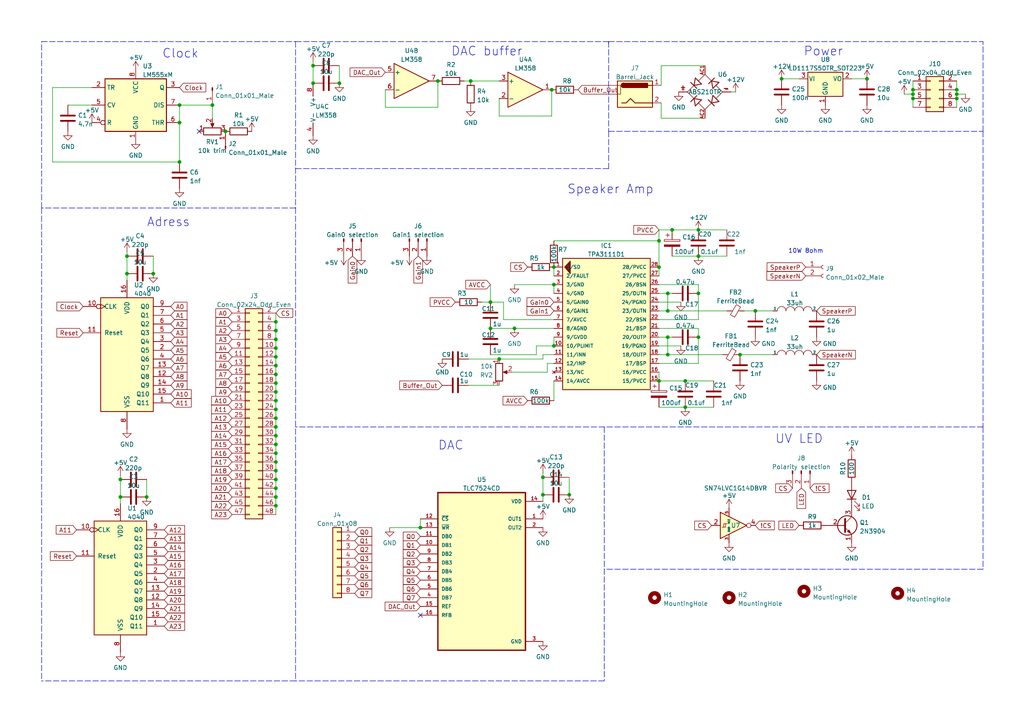
<source format=kicad_sch>
(kicad_sch (version 20211123) (generator eeschema)
  (paper "A4")
  (junction (at 214.63 102.87))
  (junction (at 80.01 131.445))
  (junction (at 191.135 77.47))
  (junction (at 90.805 24.13))
  (junction (at 80.01 121.285))
  (junction (at 80.01 113.665))
  (junction (at 144.78 104.14))
  (junction (at 80.01 144.145))
  (junction (at 136.525 23.495))
  (junction (at 157.48 143.51))
  (junction (at 80.01 128.905))
  (junction (at 80.01 139.065))
  (junction (at 193.675 102.87))
  (junction (at 65.405 38.1))
  (junction (at 226.695 22.86))
  (junction (at 80.01 106.045))
  (junction (at 80.01 100.965))
  (junction (at 198.755 118.11))
  (junction (at 80.01 116.205))
  (junction (at 157.48 138.43))
  (junction (at 80.01 93.345))
  (junction (at 34.925 139.065))
  (junction (at 160.655 82.55))
  (junction (at 80.01 108.585))
  (junction (at 264.795 28.575))
  (junction (at 98.425 24.13))
  (junction (at 264.795 27.305))
  (junction (at 52.07 35.56))
  (junction (at 80.01 98.425))
  (junction (at 42.545 144.145))
  (junction (at 36.83 74.295))
  (junction (at 193.675 90.17))
  (junction (at 142.24 87.63))
  (junction (at 80.01 111.125))
  (junction (at 264.795 26.035))
  (junction (at 61.595 30.48))
  (junction (at 165.1 143.51))
  (junction (at 90.805 19.05))
  (junction (at 191.135 110.49))
  (junction (at 277.495 26.035))
  (junction (at 80.01 141.605))
  (junction (at 251.46 22.86))
  (junction (at 202.565 97.79))
  (junction (at 202.565 66.675))
  (junction (at 44.45 79.375))
  (junction (at 219.075 90.17))
  (junction (at 191.135 69.85))
  (junction (at 127 23.495))
  (junction (at 121.92 153.035))
  (junction (at 36.83 79.375))
  (junction (at 160.655 100.33))
  (junction (at 149.225 95.25))
  (junction (at 277.495 28.575))
  (junction (at 52.07 30.48))
  (junction (at 198.755 110.49))
  (junction (at 80.01 126.365))
  (junction (at 80.01 146.685))
  (junction (at 160.655 77.47))
  (junction (at 193.675 85.09))
  (junction (at 193.675 97.79))
  (junction (at 202.565 85.09))
  (junction (at 80.01 136.525))
  (junction (at 80.01 133.985))
  (junction (at 80.01 103.505))
  (junction (at 34.925 144.145))
  (junction (at 194.945 66.675))
  (junction (at 202.565 74.295))
  (junction (at 80.01 123.825))
  (junction (at 80.01 118.745))
  (junction (at 160.02 26.035))
  (junction (at 80.01 95.885))
  (junction (at 142.24 95.25))
  (junction (at 277.495 27.305))
  (junction (at 52.07 46.99))
  (no_connect (at 121.92 178.435))
  (no_connect (at 57.785 38.1))
  (wire (pts (xy 42.545 139.065) (xy 42.545 144.145)))
  (wire (pts (xy 146.05 87.63) (xy 142.24 87.63)))
  (wire (pts (xy 90.805 19.05) (xy 90.805 24.13)))
  (wire (pts (xy 191.135 87.63) (xy 197.485 87.63)))
  (polyline (pts (xy 176.53 12.065) (xy 176.53 38.1)))
  (wire (pts (xy 191.135 110.49) (xy 198.755 110.49)))
  (wire (pts (xy 36.83 73.025) (xy 36.83 74.295)))
  (wire (pts (xy 80.01 128.905) (xy 80.01 131.445)))
  (wire (pts (xy 44.45 74.295) (xy 44.45 79.375)))
  (wire (pts (xy 157.48 102.87) (xy 160.655 102.87)))
  (wire (pts (xy 194.945 66.675) (xy 202.565 66.675)))
  (wire (pts (xy 36.83 79.375) (xy 36.83 81.28)))
  (wire (pts (xy 160.655 105.41) (xy 158.75 105.41)))
  (wire (pts (xy 264.795 23.495) (xy 264.795 26.035)))
  (polyline (pts (xy 176.53 38.1) (xy 176.53 48.895)))
  (polyline (pts (xy 12.065 60.325) (xy 12.065 197.485)))
  (wire (pts (xy 19.685 30.48) (xy 26.67 30.48)))
  (wire (pts (xy 264.795 28.575) (xy 264.795 31.115)))
  (polyline (pts (xy 176.53 12.065) (xy 285.115 12.065)))
  (wire (pts (xy 111.76 31.115) (xy 127 31.115)))
  (wire (pts (xy 155.575 102.87) (xy 155.575 100.33)))
  (wire (pts (xy 247.015 22.86) (xy 251.46 22.86)))
  (wire (pts (xy 160.655 77.47) (xy 160.655 80.01)))
  (wire (pts (xy 215.9 90.17) (xy 219.075 90.17)))
  (wire (pts (xy 158.75 105.41) (xy 158.75 107.95)))
  (polyline (pts (xy 85.725 60.325) (xy 85.725 197.485)))
  (polyline (pts (xy 175.26 123.825) (xy 175.26 197.485)))
  (wire (pts (xy 202.565 97.79) (xy 202.565 105.41)))
  (wire (pts (xy 193.675 97.79) (xy 194.945 97.79)))
  (wire (pts (xy 160.655 82.55) (xy 160.655 85.09)))
  (wire (pts (xy 224.155 102.87) (xy 214.63 102.87)))
  (polyline (pts (xy 85.725 12.065) (xy 85.725 60.325)))
  (wire (pts (xy 34.925 137.795) (xy 34.925 139.065)))
  (polyline (pts (xy 285.115 38.1) (xy 285.115 123.825)))
  (wire (pts (xy 52.07 30.48) (xy 52.07 35.56)))
  (wire (pts (xy 191.135 90.17) (xy 193.675 90.17)))
  (wire (pts (xy 80.01 121.285) (xy 80.01 123.825)))
  (wire (pts (xy 191.135 107.95) (xy 191.135 110.49)))
  (wire (pts (xy 80.01 95.885) (xy 80.01 98.425)))
  (wire (pts (xy 142.24 82.55) (xy 142.24 87.63)))
  (wire (pts (xy 202.565 105.41) (xy 191.135 105.41)))
  (wire (pts (xy 194.945 74.295) (xy 202.565 74.295)))
  (wire (pts (xy 262.255 27.305) (xy 264.795 27.305)))
  (wire (pts (xy 191.135 69.85) (xy 191.135 77.47)))
  (wire (pts (xy 113.03 153.035) (xy 121.92 153.035)))
  (wire (pts (xy 277.495 26.035) (xy 277.495 27.305)))
  (wire (pts (xy 277.495 23.495) (xy 277.495 26.035)))
  (wire (pts (xy 202.565 95.25) (xy 202.565 97.79)))
  (wire (pts (xy 160.02 33.655) (xy 160.02 26.035)))
  (wire (pts (xy 36.83 74.295) (xy 36.83 79.375)))
  (wire (pts (xy 193.675 90.17) (xy 193.675 85.09)))
  (wire (pts (xy 160.655 97.79) (xy 160.655 100.33)))
  (wire (pts (xy 226.695 22.86) (xy 231.775 22.86)))
  (wire (pts (xy 127 31.115) (xy 127 23.495)))
  (wire (pts (xy 80.01 103.505) (xy 80.01 106.045)))
  (wire (pts (xy 98.425 19.05) (xy 98.425 24.13)))
  (wire (pts (xy 144.78 104.14) (xy 157.48 104.14)))
  (wire (pts (xy 160.655 92.71) (xy 146.05 92.71)))
  (wire (pts (xy 202.565 85.09) (xy 202.565 92.71)))
  (wire (pts (xy 34.925 144.145) (xy 34.925 146.05)))
  (wire (pts (xy 149.225 95.25) (xy 160.655 95.25)))
  (wire (pts (xy 191.135 102.87) (xy 193.675 102.87)))
  (wire (pts (xy 202.565 82.55) (xy 202.565 85.09)))
  (wire (pts (xy 224.155 90.17) (xy 219.075 90.17)))
  (wire (pts (xy 160.655 69.85) (xy 191.135 69.85)))
  (wire (pts (xy 277.495 28.575) (xy 277.495 31.115)))
  (polyline (pts (xy 176.53 12.065) (xy 176.53 12.7)))
  (wire (pts (xy 202.565 66.675) (xy 210.82 66.675)))
  (polyline (pts (xy 285.115 123.825) (xy 85.725 123.825)))
  (polyline (pts (xy 85.725 197.485) (xy 12.065 197.485)))
  (wire (pts (xy 277.495 27.305) (xy 280.035 27.305)))
  (wire (pts (xy 191.77 24.765) (xy 191.77 19.05)))
  (polyline (pts (xy 12.065 12.065) (xy 85.725 12.065)))
  (wire (pts (xy 194.945 66.675) (xy 191.135 66.675)))
  (wire (pts (xy 80.01 141.605) (xy 80.01 144.145)))
  (wire (pts (xy 212.09 26.67) (xy 213.36 26.67)))
  (wire (pts (xy 157.48 102.87) (xy 157.48 104.14)))
  (polyline (pts (xy 176.53 38.1) (xy 285.115 38.1)))
  (polyline (pts (xy 285.115 38.1) (xy 285.115 12.065)))
  (wire (pts (xy 80.01 113.665) (xy 80.01 116.205)))
  (wire (pts (xy 34.925 139.065) (xy 34.925 144.145)))
  (wire (pts (xy 155.575 100.33) (xy 160.655 100.33)))
  (polyline (pts (xy 85.725 48.895) (xy 150.495 48.895)))
  (polyline (pts (xy 285.115 165.1) (xy 175.26 165.1)))
  (wire (pts (xy 191.135 118.11) (xy 198.755 118.11)))
  (wire (pts (xy 193.675 102.87) (xy 193.675 97.79)))
  (wire (pts (xy 193.675 97.79) (xy 191.135 97.79)))
  (wire (pts (xy 191.77 19.05) (xy 204.47 19.05)))
  (wire (pts (xy 165.1 138.43) (xy 165.1 143.51)))
  (wire (pts (xy 80.01 144.145) (xy 80.01 146.685)))
  (wire (pts (xy 80.01 131.445) (xy 80.01 133.985)))
  (wire (pts (xy 191.135 77.47) (xy 191.135 80.01)))
  (wire (pts (xy 144.78 28.575) (xy 144.78 33.655)))
  (wire (pts (xy 204.47 34.29) (xy 191.77 34.29)))
  (wire (pts (xy 157.48 143.51) (xy 157.48 145.415)))
  (wire (pts (xy 136.525 23.495) (xy 134.62 23.495)))
  (polyline (pts (xy 285.115 123.825) (xy 285.115 165.1)))
  (wire (pts (xy 80.01 136.525) (xy 80.01 139.065)))
  (wire (pts (xy 277.495 27.305) (xy 277.495 28.575)))
  (wire (pts (xy 90.805 17.78) (xy 90.805 19.05)))
  (wire (pts (xy 80.01 118.745) (xy 80.01 121.285)))
  (polyline (pts (xy 85.725 60.325) (xy 12.065 60.325)))
  (wire (pts (xy 191.135 66.675) (xy 191.135 69.85)))
  (wire (pts (xy 191.135 95.25) (xy 202.565 95.25)))
  (wire (pts (xy 80.01 93.345) (xy 80.01 95.885)))
  (wire (pts (xy 15.24 25.4) (xy 15.24 46.99)))
  (wire (pts (xy 157.48 137.16) (xy 157.48 138.43)))
  (wire (pts (xy 142.24 102.87) (xy 155.575 102.87)))
  (wire (pts (xy 146.05 92.71) (xy 146.05 87.63)))
  (wire (pts (xy 80.01 108.585) (xy 80.01 111.125)))
  (wire (pts (xy 149.225 82.55) (xy 160.655 82.55)))
  (wire (pts (xy 111.76 26.035) (xy 111.76 31.115)))
  (wire (pts (xy 80.01 100.965) (xy 80.01 103.505)))
  (wire (pts (xy 26.67 25.4) (xy 15.24 25.4)))
  (wire (pts (xy 135.89 111.76) (xy 144.78 111.76)))
  (wire (pts (xy 193.675 90.17) (xy 210.82 90.17)))
  (wire (pts (xy 142.24 95.25) (xy 149.225 95.25)))
  (wire (pts (xy 139.7 87.63) (xy 142.24 87.63)))
  (wire (pts (xy 80.01 139.065) (xy 80.01 141.605)))
  (wire (pts (xy 80.01 98.425) (xy 80.01 100.965)))
  (wire (pts (xy 193.675 85.09) (xy 191.135 85.09)))
  (wire (pts (xy 202.565 74.295) (xy 210.82 74.295)))
  (wire (pts (xy 198.755 118.11) (xy 207.01 118.11)))
  (wire (pts (xy 61.595 30.48) (xy 61.595 34.29)))
  (polyline (pts (xy 85.725 12.065) (xy 176.53 12.065)))
  (wire (pts (xy 193.675 85.09) (xy 194.945 85.09)))
  (wire (pts (xy 135.89 104.14) (xy 144.78 104.14)))
  (wire (pts (xy 80.01 116.205) (xy 80.01 118.745)))
  (wire (pts (xy 191.135 82.55) (xy 202.565 82.55)))
  (wire (pts (xy 264.795 26.035) (xy 264.795 27.305)))
  (wire (pts (xy 144.78 23.495) (xy 136.525 23.495)))
  (wire (pts (xy 80.01 133.985) (xy 80.01 136.525)))
  (wire (pts (xy 191.135 100.33) (xy 197.485 100.33)))
  (wire (pts (xy 80.01 146.685) (xy 80.01 149.225)))
  (wire (pts (xy 121.92 150.495) (xy 121.92 153.035)))
  (wire (pts (xy 144.78 33.655) (xy 160.02 33.655)))
  (wire (pts (xy 202.565 92.71) (xy 191.135 92.71)))
  (wire (pts (xy 193.675 102.87) (xy 209.55 102.87)))
  (wire (pts (xy 80.01 111.125) (xy 80.01 113.665)))
  (polyline (pts (xy 175.26 197.485) (xy 85.725 197.485)))
  (wire (pts (xy 148.59 107.95) (xy 158.75 107.95)))
  (wire (pts (xy 157.48 138.43) (xy 157.48 143.51)))
  (wire (pts (xy 264.795 27.305) (xy 264.795 28.575)))
  (wire (pts (xy 198.755 110.49) (xy 207.01 110.49)))
  (wire (pts (xy 52.07 35.56) (xy 52.07 46.99)))
  (wire (pts (xy 80.01 126.365) (xy 80.01 128.905)))
  (polyline (pts (xy 12.065 60.325) (xy 12.065 12.065)))
  (wire (pts (xy 80.01 106.045) (xy 80.01 108.585)))
  (wire (pts (xy 160.655 110.49) (xy 160.655 116.205)))
  (wire (pts (xy 80.01 123.825) (xy 80.01 126.365)))
  (wire (pts (xy 80.01 90.805) (xy 80.01 93.345)))
  (wire (pts (xy 191.77 34.29) (xy 191.77 29.845)))
  (polyline (pts (xy 176.53 48.895) (xy 150.495 48.895)))
  (wire (pts (xy 15.24 46.99) (xy 52.07 46.99)))
  (wire (pts (xy 52.07 30.48) (xy 61.595 30.48)))
  (text "Clock" (at 46.99 17.145 0) (effects (font (size 2.56 2.56)) (justify left bottom)))
  (text "10W 8ohm" (at 228.6 73.66 0) (effects (font (size 1.27 1.27)) (justify left bottom)))
  (text "DAC buffer" (at 130.81 16.51 0) (effects (font (size 2.56 2.56)) (justify left bottom)))
  (text "Speaker Amp" (at 164.465 56.515 0) (effects (font (size 2.56 2.56)) (justify left bottom)))
  (text "Adress" (at 42.545 66.04 0) (effects (font (size 2.56 2.56)) (justify left bottom)))
  (text "UV LED" (at 224.79 128.905 0) (effects (font (size 2.56 2.56)) (justify left bottom)))
  (text "Power" (at 233.045 16.51 0) (effects (font (size 2.56 2.56)) (justify left bottom)))
  (text "DAC" (at 127 130.81 0) (effects (font (size 2.56 2.56)) (justify left bottom)))
  (global_label "SpeakerN" (shape input) (at 233.68 80.01 180) (property "Intersheet References" "${INTERSHEET_REFS}" (effects hide)))
  (global_label "A11" (shape input) (at 22.225 153.67 180) (property "Intersheet References" "${INTERSHEET_REFS}" (effects hide)))
  (global_label "Q0" (shape input) (at 121.92 155.575 180) (property "Intersheet References" "${INTERSHEET_REFS}" (effects hide)))
  (global_label "Gain0" (shape input) (at 102.235 74.295 270) (property "Intersheet References" "${INTERSHEET_REFS}" (effects hide)))
  (global_label "A13" (shape input) (at 47.625 156.21 0) (property "Intersheet References" "${INTERSHEET_REFS}" (effects hide)))
  (global_label "Q2" (shape input) (at 121.92 160.655 180) (property "Intersheet References" "${INTERSHEET_REFS}" (effects hide)))
  (global_label "A16" (shape input) (at 67.31 131.445 180) (property "Intersheet References" "${INTERSHEET_REFS}" (effects hide)))
  (global_label "A19" (shape input) (at 47.625 171.45 0) (property "Intersheet References" "${INTERSHEET_REFS}" (effects hide)))
  (global_label "A10" (shape input) (at 67.31 116.205 180) (property "Intersheet References" "${INTERSHEET_REFS}" (effects hide)))
  (global_label "CS" (shape input) (at 229.87 141.605 180) (property "Intersheet References" "${INTERSHEET_REFS}" (effects hide)))
  (global_label "!CS" (shape input) (at 234.95 141.605 0) (property "Intersheet References" "${INTERSHEET_REFS}" (effects hide)))
  (global_label "Gain1" (shape input) (at 121.285 74.295 270) (property "Intersheet References" "${INTERSHEET_REFS}" (effects hide)))
  (global_label "A7" (shape input) (at 49.53 106.68 0) (property "Intersheet References" "${INTERSHEET_REFS}" (effects hide)))
  (global_label "Q7" (shape input) (at 121.92 173.355 180) (property "Intersheet References" "${INTERSHEET_REFS}" (effects hide)))
  (global_label "AVCC" (shape input) (at 142.24 82.55 180) (property "Intersheet References" "${INTERSHEET_REFS}" (effects hide)))
  (global_label "Q4" (shape input) (at 102.87 164.465 0) (property "Intersheet References" "${INTERSHEET_REFS}" (effects hide)))
  (global_label "A1" (shape input) (at 67.31 93.345 180) (property "Intersheet References" "${INTERSHEET_REFS}" (effects hide)))
  (global_label "!CS" (shape input) (at 219.075 152.4 0) (property "Intersheet References" "${INTERSHEET_REFS}" (effects hide)))
  (global_label "Buffer_Out" (shape input) (at 128.27 111.76 180) (property "Intersheet References" "${INTERSHEET_REFS}" (effects hide)))
  (global_label "A15" (shape input) (at 47.625 161.29 0) (property "Intersheet References" "${INTERSHEET_REFS}" (effects hide)))
  (global_label "A1" (shape input) (at 49.53 91.44 0) (property "Intersheet References" "${INTERSHEET_REFS}" (effects hide)))
  (global_label "A12" (shape input) (at 67.31 121.285 180) (property "Intersheet References" "${INTERSHEET_REFS}" (effects hide)))
  (global_label "A9" (shape input) (at 67.31 113.665 180) (property "Intersheet References" "${INTERSHEET_REFS}" (effects hide)))
  (global_label "Gain0" (shape input) (at 160.655 87.63 180) (property "Intersheet References" "${INTERSHEET_REFS}" (effects hide)))
  (global_label "A4" (shape input) (at 67.31 100.965 180) (property "Intersheet References" "${INTERSHEET_REFS}" (effects hide)))
  (global_label "SpeakerP" (shape input) (at 236.855 90.17 0) (property "Intersheet References" "${INTERSHEET_REFS}" (effects hide)))
  (global_label "A12" (shape input) (at 47.625 153.67 0) (property "Intersheet References" "${INTERSHEET_REFS}" (effects hide)))
  (global_label "Q4" (shape input) (at 121.92 165.735 180) (property "Intersheet References" "${INTERSHEET_REFS}" (effects hide)))
  (global_label "Q2" (shape input) (at 102.87 159.385 0) (property "Intersheet References" "${INTERSHEET_REFS}" (effects hide)))
  (global_label "A23" (shape input) (at 67.31 149.225 180) (property "Intersheet References" "${INTERSHEET_REFS}" (effects hide)))
  (global_label "Q3" (shape input) (at 121.92 163.195 180) (property "Intersheet References" "${INTERSHEET_REFS}" (effects hide)))
  (global_label "A6" (shape input) (at 49.53 104.14 0) (property "Intersheet References" "${INTERSHEET_REFS}" (effects hide)))
  (global_label "SpeakerP" (shape input) (at 233.68 77.47 180) (property "Intersheet References" "${INTERSHEET_REFS}" (effects hide)))
  (global_label "PVCC" (shape input) (at 191.135 66.675 180) (property "Intersheet References" "${INTERSHEET_REFS}" (effects hide)))
  (global_label "Clock" (shape input) (at 52.07 25.4 0) (property "Intersheet References" "${INTERSHEET_REFS}" (effects hide)))
  (global_label "A11" (shape input) (at 49.53 116.84 0) (property "Intersheet References" "${INTERSHEET_REFS}" (effects hide)))
  (global_label "A16" (shape input) (at 47.625 163.83 0) (property "Intersheet References" "${INTERSHEET_REFS}" (effects hide)))
  (global_label "A5" (shape input) (at 49.53 101.6 0) (property "Intersheet References" "${INTERSHEET_REFS}" (effects hide)))
  (global_label "A18" (shape input) (at 67.31 136.525 180) (property "Intersheet References" "${INTERSHEET_REFS}" (effects hide)))
  (global_label "A2" (shape input) (at 67.31 95.885 180) (property "Intersheet References" "${INTERSHEET_REFS}" (effects hide)))
  (global_label "Q1" (shape input) (at 102.87 156.845 0) (property "Intersheet References" "${INTERSHEET_REFS}" (effects hide)))
  (global_label "Q0" (shape input) (at 102.87 154.305 0) (property "Intersheet References" "${INTERSHEET_REFS}" (effects hide)))
  (global_label "A17" (shape input) (at 47.625 166.37 0) (property "Intersheet References" "${INTERSHEET_REFS}" (effects hide)))
  (global_label "A21" (shape input) (at 67.31 144.145 180) (property "Intersheet References" "${INTERSHEET_REFS}" (effects hide)))
  (global_label "A21" (shape input) (at 47.625 176.53 0) (property "Intersheet References" "${INTERSHEET_REFS}" (effects hide)))
  (global_label "Buffer_Out" (shape input) (at 167.64 26.035 0) (property "Intersheet References" "${INTERSHEET_REFS}" (effects hide)))
  (global_label "PVCC" (shape input) (at 132.08 87.63 180) (property "Intersheet References" "${INTERSHEET_REFS}" (effects hide)))
  (global_label "A17" (shape input) (at 67.31 133.985 180) (property "Intersheet References" "${INTERSHEET_REFS}" (effects hide)))
  (global_label "A18" (shape input) (at 47.625 168.91 0) (property "Intersheet References" "${INTERSHEET_REFS}" (effects hide)))
  (global_label "Q6" (shape input) (at 102.87 169.545 0) (property "Intersheet References" "${INTERSHEET_REFS}" (effects hide)))
  (global_label "A9" (shape input) (at 49.53 111.76 0) (property "Intersheet References" "${INTERSHEET_REFS}" (effects hide)))
  (global_label "A8" (shape input) (at 49.53 109.22 0) (property "Intersheet References" "${INTERSHEET_REFS}" (effects hide)))
  (global_label "A14" (shape input) (at 47.625 158.75 0) (property "Intersheet References" "${INTERSHEET_REFS}" (effects hide)))
  (global_label "A22" (shape input) (at 47.625 179.07 0) (property "Intersheet References" "${INTERSHEET_REFS}" (effects hide)))
  (global_label "Gain1" (shape input) (at 160.655 90.17 180) (property "Intersheet References" "${INTERSHEET_REFS}" (effects hide)))
  (global_label "Clock" (shape input) (at 24.13 88.9 180) (property "Intersheet References" "${INTERSHEET_REFS}" (effects hide)))
  (global_label "DAC_Out" (shape input) (at 121.92 175.895 180) (property "Intersheet References" "${INTERSHEET_REFS}" (effects hide)))
  (global_label "A7" (shape input) (at 67.31 108.585 180) (property "Intersheet References" "${INTERSHEET_REFS}" (effects hide)))
  (global_label "A11" (shape input) (at 67.31 118.745 180) (property "Intersheet References" "${INTERSHEET_REFS}" (effects hide)))
  (global_label "A19" (shape input) (at 67.31 139.065 180) (property "Intersheet References" "${INTERSHEET_REFS}" (effects hide)))
  (global_label "A0" (shape input) (at 49.53 88.9 0) (property "Intersheet References" "${INTERSHEET_REFS}" (effects hide)))
  (global_label "Q6" (shape input) (at 121.92 170.815 180) (property "Intersheet References" "${INTERSHEET_REFS}" (effects hide)))
  (global_label "Q5" (shape input) (at 102.87 167.005 0) (property "Intersheet References" "${INTERSHEET_REFS}" (effects hide)))
  (global_label "DAC_Out" (shape input) (at 111.76 20.955 180) (property "Intersheet References" "${INTERSHEET_REFS}" (effects hide)))
  (global_label "A6" (shape input) (at 67.31 106.045 180) (property "Intersheet References" "${INTERSHEET_REFS}" (effects hide)))
  (global_label "CS" (shape input) (at 153.035 77.47 180) (property "Intersheet References" "${INTERSHEET_REFS}" (effects hide)))
  (global_label "A3" (shape input) (at 67.31 98.425 180) (property "Intersheet References" "${INTERSHEET_REFS}" (effects hide)))
  (global_label "A13" (shape input) (at 67.31 123.825 180) (property "Intersheet References" "${INTERSHEET_REFS}" (effects hide)))
  (global_label "A8" (shape input) (at 67.31 111.125 180) (property "Intersheet References" "${INTERSHEET_REFS}" (effects hide)))
  (global_label "A23" (shape input) (at 47.625 181.61 0) (property "Intersheet References" "${INTERSHEET_REFS}" (effects hide)))
  (global_label "A15" (shape input) (at 67.31 128.905 180) (property "Intersheet References" "${INTERSHEET_REFS}" (effects hide)))
  (global_label "A3" (shape input) (at 49.53 96.52 0) (property "Intersheet References" "${INTERSHEET_REFS}" (effects hide)))
  (global_label "Q3" (shape input) (at 102.87 161.925 0) (property "Intersheet References" "${INTERSHEET_REFS}" (effects hide)))
  (global_label "Q5" (shape input) (at 121.92 168.275 180) (property "Intersheet References" "${INTERSHEET_REFS}" (effects hide)))
  (global_label "CS" (shape input) (at 80.01 90.805 0) (property "Intersheet References" "${INTERSHEET_REFS}" (effects hide)))
  (global_label "SpeakerN" (shape input) (at 236.855 102.87 0) (property "Intersheet References" "${INTERSHEET_REFS}" (effects hide)))
  (global_label "A10" (shape input) (at 49.53 114.3 0) (property "Intersheet References" "${INTERSHEET_REFS}" (effects hide)))
  (global_label "Reset" (shape input) (at 24.13 96.52 180) (property "Intersheet References" "${INTERSHEET_REFS}" (effects hide)))
  (global_label "A22" (shape input) (at 67.31 146.685 180) (property "Intersheet References" "${INTERSHEET_REFS}" (effects hide)))
  (global_label "A5" (shape input) (at 67.31 103.505 180) (property "Intersheet References" "${INTERSHEET_REFS}" (effects hide)))
  (global_label "A4" (shape input) (at 49.53 99.06 0) (property "Intersheet References" "${INTERSHEET_REFS}" (effects hide)))
  (global_label "A0" (shape input) (at 67.31 90.805 180) (property "Intersheet References" "${INTERSHEET_REFS}" (effects hide)))
  (global_label "A14" (shape input) (at 67.31 126.365 180) (property "Intersheet References" "${INTERSHEET_REFS}" (effects hide)))
  (global_label "A20" (shape input) (at 67.31 141.605 180) (property "Intersheet References" "${INTERSHEET_REFS}" (effects hide)))
  (global_label "A2" (shape input) (at 49.53 93.98 0) (property "Intersheet References" "${INTERSHEET_REFS}" (effects hide)))
  (global_label "Reset" (shape input) (at 22.225 161.29 180) (property "Intersheet References" "${INTERSHEET_REFS}" (effects hide)))
  (global_label "AVCC" (shape input) (at 153.035 116.205 180) (property "Intersheet References" "${INTERSHEET_REFS}" (effects hide)))
  (global_label "CS" (shape input) (at 206.375 152.4 180) (property "Intersheet References" "${INTERSHEET_REFS}" (effects hide)))
  (global_label "LED" (shape input) (at 231.775 152.4 180) (property "Intersheet References" "${INTERSHEET_REFS}" (effects hide)))
  (global_label "LED" (shape input) (at 232.41 141.605 270) (property "Intersheet References" "${INTERSHEET_REFS}" (effects hide)))
  (global_label "A20" (shape input) (at 47.625 173.99 0) (property "Intersheet References" "${INTERSHEET_REFS}" (effects hide)))
  (global_label "Q7" (shape input) (at 102.87 172.085 0) (property "Intersheet References" "${INTERSHEET_REFS}" (effects hide)))
  (global_label "Q1" (shape input) (at 121.92 158.115 180) (property "Intersheet References" "${INTERSHEET_REFS}" (effects hide)))
  (symbol (lib_id "power:GND") (at 157.48 153.035 0) (unit 1)
    (property "Reference" "#PWR027" (effects hide))
    (property "Value" "GND" (at 157.48 157.4784 0))
  )
  (symbol (lib_id "Device:C") (at 226.695 26.67 0) (unit 1)
    (property "Reference" "C25" (at 229.616 25.8353 0) (effects (justify left)))
    (property "Value" "100n" (at 229.616 28.3722 0) (effects (justify left)))
    (property "Footprint" "Capacitor_SMD:C_0603_1608Metric_Pad1.08x0.95mm_HandSolder" (effects hide))
    (property "LCSC" "C30926" (effects hide))
  )
  (symbol (lib_id "power:+5V") (at 118.745 74.295 180) (unit 1)
    (property "Reference" "#PWR019" (effects hide))
    (property "Value" "+5V" (at 113.03 76.2 0) (effects (justify right)))
  )
  (symbol (lib_id "power:GND") (at 197.485 87.63 0) (unit 1)
    (property "Reference" "#PWR031" (effects hide))
    (property "Value" "GND" (at 197.485 92.0734 0))
  )
  (symbol (lib_id "power:GND") (at 197.485 100.33 0) (unit 1)
    (property "Reference" "#PWR032" (effects hide))
    (property "Value" "GND" (at 197.485 104.7734 0))
  )
  (symbol (lib_id "power:+5V") (at 211.455 147.32 0) (unit 1)
    (property "Reference" "#PWR036" (effects hide))
    (property "Value" "+5V" (at 211.455 143.7442 0))
  )
  (symbol (lib_id "Device:R") (at 135.89 87.63 90) (unit 1)
    (property "Reference" "R3" (at 133.985 85.09 90))
    (property "Value" "10" (at 135.89 87.63 90))
    (property "Footprint" "Resistor_SMD:R_0603_1608Metric_Pad0.98x0.95mm_HandSolder" (effects hide))
    (property "LCSC" "C22859" (effects hide))
  )
  (symbol (lib_id "pspice:INDUCTOR") (at 230.505 90.17 0) (unit 1)
    (property "Reference" "L1" (at 230.505 85.3272 0))
    (property "Value" "33uh" (at 230.505 87.8641 0))
    (property "Footprint" "Inductor_SMD:L_12x12mm_H8mm" (effects hide))
    (property "LCSC" "C143226" (effects hide))
  )
  (symbol (lib_id "Device:C") (at 214.63 106.68 180) (unit 1)
    (property "Reference" "C23" (at 217.551 105.8453 0) (effects (justify right)))
    (property "Value" "1nf" (at 217.551 108.3822 0) (effects (justify right)))
    (property "Footprint" "Capacitor_SMD:C_0603_1608Metric_Pad1.08x0.95mm_HandSolder" (effects hide))
    (property "LCSC" "C100040" (effects hide))
  )
  (symbol (lib_id "Device:R") (at 235.585 152.4 270) (unit 1)
    (property "Reference" "R9" (at 235.585 149.86 90))
    (property "Value" "1k" (at 235.585 152.4 90))
    (property "Footprint" "Resistor_SMD:R_0603_1608Metric_Pad0.98x0.95mm_HandSolder" (effects hide))
    (property "LCSC" "C21190" (effects hide))
  )
  (symbol (lib_id "Device:FerriteBead_Small") (at 213.36 90.17 90) (unit 1)
    (property "Reference" "FB2" (at 213.3219 84.7684 90))
    (property "Value" "FerriteBead" (at 213.3219 87.3053 90))
    (property "Footprint" "Resistor_SMD:R_0603_1608Metric_Pad0.98x0.95mm_HandSolder" (effects hide))
    (property "LCSC" "C14709" (effects hide))
  )
  (symbol (lib_id "power:GND") (at 128.27 104.14 0) (unit 1)
    (property "Reference" "#PWR021" (effects hide))
    (property "Value" "GND" (at 128.27 107.9484 0))
  )
  (symbol (lib_id "Device:C") (at 161.29 143.51 90) (unit 1)
    (property "Reference" "C14" (at 161.29 137.6512 90))
    (property "Value" "10u" (at 161.29 140.1881 90))
    (property "Footprint" "Capacitor_Tantalum_SMD:CP_EIA-3216-10_Kemet-I_Pad1.58x1.35mm_HandSolder" (effects hide))
    (property "LCSC" "C128254" (effects hide))
  )
  (symbol (lib_id "power:+12V") (at 213.36 26.67 0) (unit 1)
    (property "Reference" "#PWR040" (effects hide))
    (property "Value" "+12V" (at 213.36 23.0942 0))
  )
  (symbol (lib_id "power:GND") (at 198.755 118.11 0) (unit 1)
    (property "Reference" "#PWR033" (effects hide))
    (property "Value" "GND" (at 198.755 122.5534 0))
  )
  (symbol (lib_id "power:+5V") (at 26.67 35.56 0) (unit 1)
    (property "Reference" "#PWR02" (effects hide))
    (property "Value" "+5V" (at 26.67 31.9842 0))
  )
  (symbol (lib_id "Device:C") (at 210.82 70.485 180) (unit 1)
    (property "Reference" "C22" (at 212.725 67.945 0))
    (property "Value" "1nf" (at 214.63 73.025 0))
    (property "Footprint" "Capacitor_SMD:C_0603_1608Metric_Pad1.08x0.95mm_HandSolder" (effects hide))
    (property "LCSC" "C100040" (effects hide))
  )
  (symbol (lib_id "Regulator_Linear:LD1117S50TR_SOT223") (at 239.395 22.86 0) (unit 1)
    (property "Reference" "U8" (at 239.395 17.2552 0))
    (property "Value" "LD1117S50TR_SOT223" (at 239.395 19.7921 0))
    (property "Footprint" "Package_TO_SOT_SMD:SOT-223-3_TabPin2" (effects hide))
    (property "Datasheet" "http://www.st.com/st-web-ui/static/active/en/resource/technical/document/datasheet/CD00000544.pdf" (effects hide))
    (property "LCSC" "C81157" (effects hide))
  )
  (symbol (lib_id "User:ABS210TR") (at 204.47 26.67 0) (unit 1)
    (property "Reference" "U6" (at 209.55 21.59 0))
    (property "Value" "ABS210TR" (at 204.47 26.67 0))
    (property "Footprint" "DIOB_ABS210TR" (effects hide))
    (property "MANUFACTURER" "SMC Diode Solutions" (effects hide))
    (property "MAXIMUM_PACKAGE_HEIGHT" "1.7 mm" (effects hide))
    (property "SNAPEDA_PN" "ABS210TR" (effects hide))
    (property "STANDARD" "Manufacturer Recommendation" (effects hide))
    (property "PARTREV" "B" (effects hide))
    (property "LCSC" "C1884575" (effects hide))
  )
  (symbol (lib_id "power:GND") (at 236.855 110.49 0) (unit 1)
    (property "Reference" "#PWR044" (effects hide))
    (property "Value" "GND" (at 240.665 112.395 0))
  )
  (symbol (lib_id "Device:R") (at 136.525 27.305 180) (unit 1)
    (property "Reference" "R4" (at 138.303 26.4703 0) (effects (justify right)))
    (property "Value" "10k" (at 138.303 29.0072 0) (effects (justify right)))
    (property "Footprint" "Resistor_SMD:R_0603_1608Metric_Pad0.98x0.95mm_HandSolder" (effects hide))
    (property "LCSC" "C25804" (effects hide))
  )
  (symbol (lib_id "Device:C") (at 251.46 26.67 0) (unit 1)
    (property "Reference" "C28" (at 254.381 25.8353 0) (effects (justify left)))
    (property "Value" "10u" (at 254.381 28.3722 0) (effects (justify left)))
    (property "Footprint" "Capacitor_SMD:C_0603_1608Metric_Pad1.08x0.95mm_HandSolder" (effects hide))
    (property "LCSC" "C19702" (effects hide))
  )
  (symbol (lib_id "power:GND") (at 34.925 189.23 0) (unit 1)
    (property "Reference" "#PWR04" (effects hide))
    (property "Value" "GND" (at 34.925 193.6734 0))
  )
  (symbol (lib_id "Connector:Conn_01x01_Male") (at 65.405 43.18 90) (unit 1)
    (property "Reference" "J2" (at 66.2432 41.7103 90) (effects (justify right)))
    (property "Value" "Conn_01x01_Male" (at 66.2432 44.2472 90) (effects (justify right)))
    (property "Footprint" "Connector_PinHeader_2.54mm:PinHeader_1x01_P2.54mm_Vertical" (effects hide))
  )
  (symbol (lib_id "Device:C") (at 198.755 85.09 270) (unit 1)
    (property "Reference" "C17" (at 200.66 88.265 90))
    (property "Value" "0.47u" (at 198.755 81.7681 90))
    (property "Footprint" "Capacitor_Tantalum_SMD:CP_EIA-3528-12_Kemet-T_Pad1.50x2.35mm_HandSolder" (effects hide))
    (property "LCSC" "C560865" (effects hide))
  )
  (symbol (lib_id "power:+5V") (at 157.48 150.495 0) (unit 1)
    (property "Reference" "#PWR026" (effects hide))
    (property "Value" "+5V" (at 157.48 146.9192 0))
  )
  (symbol (lib_id "power:GND") (at 90.805 39.37 0) (unit 1)
    (property "Reference" "#PWR014" (effects hide))
    (property "Value" "GND" (at 90.805 43.8134 0))
  )
  (symbol (lib_id "power:GND") (at 236.855 97.79 0) (unit 1)
    (property "Reference" "#PWR043" (effects hide))
    (property "Value" "GND" (at 240.665 99.695 0))
  )
  (symbol (lib_id "Device:C") (at 161.29 138.43 90) (unit 1)
    (property "Reference" "C13" (at 161.29 132.5712 90))
    (property "Value" "220p" (at 161.29 135.1081 90))
    (property "Footprint" "Capacitor_SMD:C_0603_1608Metric_Pad1.08x0.95mm_HandSolder" (effects hide))
    (property "LCSC" "C107081" (effects hide))
  )
  (symbol (lib_id "Device:LED") (at 247.015 143.51 90) (unit 1)
    (property "Reference" "D1" (at 249.936 144.2628 90) (effects (justify right)))
    (property "Value" "LED" (at 249.936 146.7997 90) (effects (justify right)))
    (property "Footprint" "Connector_PinHeader_2.54mm:PinHeader_1x02_P2.54mm_Vertical" (effects hide))
  )
  (symbol (lib_id "power:GND") (at 98.425 24.13 0) (unit 1)
    (property "Reference" "#PWR015" (effects hide))
    (property "Value" "GND" (at 98.425 28.5734 0))
  )
  (symbol (lib_id "Device:R") (at 163.83 26.035 90) (unit 1)
    (property "Reference" "R8" (at 164.465 23.495 90))
    (property "Value" "10k" (at 163.83 26.035 90))
    (property "Footprint" "Resistor_SMD:R_0603_1608Metric_Pad0.98x0.95mm_HandSolder" (effects hide))
    (property "LCSC" "C25804" (effects hide))
  )
  (symbol (lib_id "power:GND") (at 39.37 40.64 0) (unit 1)
    (property "Reference" "#PWR08" (effects hide))
    (property "Value" "GND" (at 39.37 45.0834 0))
  )
  (symbol (lib_id "Device:R") (at 160.655 73.66 180) (unit 1)
    (property "Reference" "R7" (at 163.195 72.39 0))
    (property "Value" "100k" (at 160.655 73.66 90))
    (property "Footprint" "Resistor_SMD:R_0603_1608Metric_Pad0.98x0.95mm_HandSolder" (effects hide))
    (property "LCSC" "C25803" (effects hide))
  )
  (symbol (lib_id "Device:C") (at 236.855 93.98 180) (unit 1)
    (property "Reference" "C26" (at 239.776 93.1453 0) (effects (justify right)))
    (property "Value" "1u" (at 239.776 95.6822 0) (effects (justify right)))
    (property "Footprint" "Capacitor_SMD:C_0603_1608Metric_Pad1.08x0.95mm_HandSolder" (effects hide))
    (property "LCSC" "C59302" (effects hide))
  )
  (symbol (lib_id "power:GND") (at 123.825 74.295 0) (unit 1)
    (property "Reference" "#PWR020" (effects hide))
    (property "Value" "GND" (at 123.825 78.7384 0))
  )
  (symbol (lib_id "power:+5V") (at 90.805 17.78 0) (unit 1)
    (property "Reference" "#PWR013" (effects hide))
    (property "Value" "+5V" (at 90.805 14.2042 0))
  )
  (symbol (lib_id "power:+5V") (at 39.37 20.32 0) (unit 1)
    (property "Reference" "#PWR07" (effects hide))
    (property "Value" "+5V" (at 39.37 16.7442 0))
  )
  (symbol (lib_id "Amplifier_Operational:LM358") (at 93.345 31.75 0) (unit 3)
    (property "Reference" "U4" (at 91.44 30.9153 0) (effects (justify left)))
    (property "Value" "LM358" (at 91.44 33.4522 0) (effects (justify left)))
    (property "Footprint" "Package_SO:SOP-8_3.9x4.9mm_P1.27mm" (effects hide))
    (property "Datasheet" "http://www.ti.com/lit/ds/symlink/lm2904-n.pdf" (effects hide))
    (property "LCSC" "C5296727" (effects hide))
  )
  (symbol (lib_id "power:GND") (at 219.075 97.79 0) (unit 1)
    (property "Reference" "#PWR039" (effects hide))
    (property "Value" "GND" (at 222.885 99.695 0))
  )
  (symbol (lib_id "Mechanical:MountingHole") (at 189.865 173.355 0) (unit 1)
    (property "Reference" "H1" (at 192.405 172.5203 0) (effects (justify left)))
    (property "Value" "MountingHole" (at 192.405 175.0572 0) (effects (justify left)))
    (property "Footprint" "KOMA:M3-Drillhole" (effects hide))
  )
  (symbol (lib_id "power:GND") (at 251.46 30.48 0) (unit 1)
    (property "Reference" "#PWR049" (effects hide))
    (property "Value" "GND" (at 251.46 34.9234 0))
  )
  (symbol (lib_id "Device:C") (at 19.685 34.29 0) (unit 1)
    (property "Reference" "C1" (at 22.606 33.4553 0) (effects (justify left)))
    (property "Value" "4.7n" (at 22.606 35.9922 0) (effects (justify left)))
    (property "Footprint" "Capacitor_SMD:C_0603_1608Metric_Pad1.08x0.95mm_HandSolder" (effects hide))
    (property "LCSC" "C106218" (effects hide))
  )
  (symbol (lib_id "power:GND") (at 247.015 157.48 0) (unit 1)
    (property "Reference" "#PWR047" (effects hide))
    (property "Value" "GND" (at 247.015 161.9234 0))
  )
  (symbol (lib_id "Device:R") (at 69.215 38.1 270) (unit 1)
    (property "Reference" "R1" (at 69.215 33.3842 90))
    (property "Value" "10k" (at 69.215 35.9211 90))
    (property "Footprint" "Resistor_SMD:R_0603_1608Metric_Pad0.98x0.95mm_HandSolder" (effects hide))
    (property "LCSC" "C25804" (effects hide))
  )
  (symbol (lib_id "Device:R") (at 247.015 135.89 0) (unit 1)
    (property "Reference" "R10" (at 244.475 135.89 90))
    (property "Value" "100" (at 247.015 135.89 90))
    (property "Footprint" "Resistor_SMD:R_0603_1608Metric_Pad0.98x0.95mm_HandSolder" (effects hide))
    (property "LCSC" "C22775" (effects hide))
  )
  (symbol (lib_id "Device:C") (at 38.735 139.065 90) (unit 1)
    (property "Reference" "C2" (at 38.735 133.2062 90))
    (property "Value" "220p" (at 38.735 135.7431 90))
    (property "Footprint" "Capacitor_SMD:C_0603_1608Metric_Pad1.08x0.95mm_HandSolder" (effects hide))
    (property "LCSC" "C107081" (effects hide))
  )
  (symbol (lib_id "power:GND") (at 36.83 124.46 0) (unit 1)
    (property "Reference" "#PWR06" (effects hide))
    (property "Value" "GND" (at 36.83 128.9034 0))
  )
  (symbol (lib_id "User:TPA3111D1") (at 175.895 95.25 0) (unit 1)
    (property "Reference" "IC1" (at 175.895 71.2302 0))
    (property "Value" "TPA3111D1" (at 175.895 73.7671 0))
    (property "Footprint" "Package_SO:HTSSOP-28-1EP_4.4x9.7mm_P0.65mm_EP2.85x5.4mm_ThermalVias" (effects hide))
    (property "LCSC" "C114457" (effects hide))
  )
  (symbol (lib_id "Device:C") (at 207.01 114.3 180) (unit 1)
    (property "Reference" "C21" (at 208.915 111.76 0))
    (property "Value" "1nf" (at 210.82 116.84 0))
    (property "Footprint" "Capacitor_SMD:C_0603_1608Metric_Pad1.08x0.95mm_HandSolder" (effects hide))
    (property "LCSC" "C100040" (effects hide))
  )
  (symbol (lib_id "power:+5V") (at 262.255 27.305 0) (unit 1)
    (property "Reference" "#PWR050" (effects hide))
    (property "Value" "+5V" (at 262.255 23.7292 0))
  )
  (symbol (lib_id "Device:C") (at 132.08 104.14 90) (unit 1)
    (property "Reference" "C9" (at 130.81 102.87 90) (effects (justify left)))
    (property "Value" "1u" (at 135.89 102.87 90) (effects (justify left)))
    (property "Footprint" "Capacitor_SMD:C_0603_1608Metric_Pad1.08x0.95mm_HandSolder" (effects hide))
    (property "LCSC" "C59302" (effects hide))
  )
  (symbol (lib_id "power:+5V") (at 34.925 137.795 0) (unit 1)
    (property "Reference" "#PWR03" (effects hide))
    (property "Value" "+5V" (at 34.925 134.2192 0))
  )
  (symbol (lib_id "Connector:Conn_01x03_Male") (at 232.41 136.525 270) (unit 1)
    (property "Reference" "J8" (at 232.41 132.876 90))
    (property "Value" "Polarity selection" (at 232.41 135.4129 90))
    (property "Footprint" "Jumper:SolderJumper-3_P1.3mm_Bridged12_Pad1.0x1.5mm" (effects hide))
  )
  (symbol (lib_id "Device:C") (at 40.64 79.375 90) (unit 1)
    (property "Reference" "C5" (at 40.64 73.5162 90))
    (property "Value" "10u" (at 40.64 76.0531 90))
    (property "Footprint" "Capacitor_Tantalum_SMD:CP_EIA-3216-10_Kemet-I_Pad1.58x1.35mm_HandSolder" (effects hide))
    (property "LCSC" "C128254" (effects hide))
  )
  (symbol (lib_id "Connector:Conn_01x01_Male") (at 61.595 25.4 270) (unit 1)
    (property "Reference" "J1" (at 62.4332 25.2003 90) (effects (justify left)))
    (property "Value" "Conn_01x01_Male" (at 62.4332 27.7372 90) (effects (justify left)))
    (property "Footprint" "Connector_PinHeader_2.54mm:PinHeader_1x01_P2.54mm_Vertical" (effects hide))
  )
  (symbol (lib_id "Device:C") (at 94.615 24.13 90) (unit 1)
    (property "Reference" "C8" (at 94.615 18.2712 90))
    (property "Value" "10u" (at 94.615 20.8081 90))
    (property "Footprint" "Capacitor_Tantalum_SMD:CP_EIA-3216-10_Kemet-I_Pad1.58x1.35mm_HandSolder" (effects hide))
    (property "LCSC" "C128254" (effects hide))
  )
  (symbol (lib_id "power:GND") (at 226.695 30.48 0) (unit 1)
    (property "Reference" "#PWR042" (effects hide))
    (property "Value" "GND" (at 226.695 34.9234 0))
  )
  (symbol (lib_id "Device:R") (at 156.845 77.47 90) (unit 1)
    (property "Reference" "R5" (at 154.94 74.93 90))
    (property "Value" "1k" (at 156.845 77.47 90))
    (property "Footprint" "Resistor_SMD:R_0603_1608Metric_Pad0.98x0.95mm_HandSolder" (effects hide))
    (property "LCSC" "C21190" (effects hide))
  )
  (symbol (lib_id "power:+5V") (at 251.46 22.86 0) (unit 1)
    (property "Reference" "#PWR048" (effects hide))
    (property "Value" "+5V" (at 251.46 19.2842 0))
  )
  (symbol (lib_id "Device:C") (at 236.855 106.68 180) (unit 1)
    (property "Reference" "C27" (at 239.776 105.8453 0) (effects (justify right)))
    (property "Value" "1u" (at 239.776 108.3822 0) (effects (justify right)))
    (property "Footprint" "Capacitor_SMD:C_0603_1608Metric_Pad1.08x0.95mm_HandSolder" (effects hide))
    (property "LCSC" "C59302" (effects hide))
  )
  (symbol (lib_id "power:GND") (at 136.525 31.115 0) (unit 1)
    (property "Reference" "#PWR022" (effects hide))
    (property "Value" "GND" (at 136.525 35.5584 0))
  )
  (symbol (lib_id "power:+12V") (at 226.695 22.86 0) (unit 1)
    (property "Reference" "#PWR041" (effects hide))
    (property "Value" "+12V" (at 226.695 19.2842 0))
  )
  (symbol (lib_id "Connector_Generic:Conn_02x24_Odd_Even") (at 72.39 118.745 0) (unit 1)
    (property "Reference" "J3" (at 73.66 85.8352 0))
    (property "Value" "Conn_02x24_Odd_Even" (at 73.66 88.3721 0))
    (property "Footprint" "Connector_PinHeader_2.54mm:PinHeader_2x24_P2.54mm_Vertical" (effects hide))
    (property "LCSC" "C725896" (effects hide))
  )
  (symbol (lib_id "Connector:Barrel_Jack") (at 184.15 27.305 0) (unit 1)
    (property "Reference" "J7" (at 184.15 19.7952 0))
    (property "Value" "Barrel_Jack" (at 184.15 22.3321 0))
    (property "Footprint" "Connector_Phoenix_MC:PhoenixContact_MCV_1,5_2-G-3.5_1x02_P3.50mm_Vertical" (effects hide))
    (property "LCSC" "C136744" (effects hide))
  )
  (symbol (lib_id "User:TLC7524CD") (at 139.7 165.735 0) (unit 1)
    (property "Reference" "U5" (at 139.7 139.0972 0))
    (property "Value" "TLC7524CD" (at 139.7 141.6341 0))
    (property "Footprint" "Package_SO:SOIC-16_3.9x9.9mm_P1.27mm" (effects hide))
  )
  (symbol (lib_id "power:GND") (at 149.225 95.25 0) (unit 1)
    (property "Reference" "#PWR024" (effects hide))
    (property "Value" "GND" (at 149.225 99.6934 0))
  )
  (symbol (lib_id "power:GND") (at 202.565 74.295 0) (unit 1)
    (property "Reference" "#PWR035" (effects hide))
    (property "Value" "GND" (at 202.565 78.7384 0))
  )
  (symbol (lib_id "Connector_Generic:Conn_02x04_Odd_Even") (at 269.875 26.035 0) (unit 1)
    (property "Reference" "J10" (at 271.145 18.5252 0))
    (property "Value" "Conn_02x04_Odd_Even" (at 271.145 21.0621 0))
    (property "Footprint" "Connector_PinHeader_2.54mm:PinHeader_2x04_P2.54mm_Vertical" (effects hide))
    (property "LCSC" "C492421" (effects hide))
  )
  (symbol (lib_id "power:+5V") (at 73.025 38.1 0) (unit 1)
    (property "Reference" "#PWR012" (effects hide))
    (property "Value" "+5V" (at 73.025 34.5242 0))
  )
  (symbol (lib_id "Device:C") (at 142.24 91.44 0) (unit 1)
    (property "Reference" "C11" (at 139.7 89.535 0) (effects (justify left)))
    (property "Value" "1u" (at 142.875 93.98 0) (effects (justify left)))
    (property "Footprint" "Capacitor_SMD:C_0603_1608Metric_Pad1.08x0.95mm_HandSolder" (effects hide))
    (property "LCSC" "C59302" (effects hide))
  )
  (symbol (lib_id "power:GND") (at 239.395 30.48 0) (unit 1)
    (property "Reference" "#PWR045" (effects hide))
    (property "Value" "GND" (at 239.395 34.9234 0))
  )
  (symbol (lib_id "Device:C") (at 142.24 99.06 0) (unit 1)
    (property "Reference" "C12" (at 139.7 97.155 0) (effects (justify left)))
    (property "Value" "1u" (at 142.875 101.6 0) (effects (justify left)))
    (property "Footprint" "Capacitor_SMD:C_0603_1608Metric_Pad1.08x0.95mm_HandSolder" (effects hide))
    (property "LCSC" "C59302" (effects hide))
  )
  (symbol (lib_id "Device:C") (at 132.08 111.76 90) (unit 1)
    (property "Reference" "C10" (at 137.16 108.585 90) (effects (justify left)))
    (property "Value" "1u" (at 135.89 110.49 90) (effects (justify left)))
    (property "Footprint" "Capacitor_SMD:C_0603_1608Metric_Pad1.08x0.95mm_HandSolder" (effects hide))
    (property "LCSC" "C59302" (effects hide))
  )
  (symbol (lib_id "Device:C") (at 198.755 97.79 270) (unit 1)
    (property "Reference" "C18" (at 200.66 100.965 90))
    (property "Value" "0.47u" (at 198.755 94.4681 90))
    (property "Footprint" "Capacitor_Tantalum_SMD:CP_EIA-3528-12_Kemet-T_Pad1.50x2.35mm_HandSolder" (effects hide))
    (property "LCSC" "C560865" (effects hide))
  )
  (symbol (lib_id "Connector:Conn_01x03_Male") (at 121.285 69.215 270) (unit 1)
    (property "Reference" "J6" (at 121.285 65.566 90))
    (property "Value" "Gain1 selection" (at 121.285 68.1029 90))
    (property "Footprint" "Jumper:SolderJumper-3_P1.3mm_Bridged12_Pad1.0x1.5mm" (effects hide))
  )
  (symbol (lib_id "4xxx:4040") (at 36.83 101.6 0) (unit 1)
    (property "Reference" "U2" (at 38.8494 82.6602 0) (effects (justify left)))
    (property "Value" "4040" (at 38.8494 85.1971 0) (effects (justify left)))
    (property "Footprint" "Package_SO:SOIC-16_3.9x9.9mm_P1.27mm" (effects hide))
    (property "Datasheet" "http://www.intersil.com/content/dam/Intersil/documents/cd40/cd4020bms-24bms-40bms.pdf" (effects hide))
    (property "LCSC" "C353974" (effects hide))
  )
  (symbol (lib_id "Device:R") (at 156.845 116.205 90) (unit 1)
    (property "Reference" "R6" (at 154.94 113.665 90))
    (property "Value" "100k" (at 156.845 116.205 90))
    (property "Footprint" "Resistor_SMD:R_0603_1608Metric_Pad0.98x0.95mm_HandSolder" (effects hide))
    (property "LCSC" "C25803" (effects hide))
  )
  (symbol (lib_id "power:GND") (at 211.455 157.48 0) (unit 1)
    (property "Reference" "#PWR037" (effects hide))
    (property "Value" "GND" (at 211.455 161.9234 0))
  )
  (symbol (lib_id "Device:C") (at 94.615 19.05 90) (unit 1)
    (property "Reference" "C7" (at 94.615 13.1912 90))
    (property "Value" "220p" (at 94.615 15.7281 90))
    (property "Footprint" "Capacitor_SMD:C_0603_1608Metric_Pad1.08x0.95mm_HandSolder" (effects hide))
    (property "LCSC" "C107081" (effects hide))
  )
  (symbol (lib_id "power:GND") (at 52.07 54.61 0) (unit 1)
    (property "Reference" "#PWR011" (effects hide))
    (property "Value" "GND" (at 52.07 59.0534 0))
  )
  (symbol (lib_id "power:GND") (at 113.03 153.035 0) (unit 1)
    (property "Reference" "#PWR018" (effects hide))
    (property "Value" "GND" (at 113.03 157.4784 0))
  )
  (symbol (lib_id "Transistor_BJT:2N3904") (at 244.475 152.4 0) (unit 1)
    (property "Reference" "Q1" (at 249.3264 151.5653 0) (effects (justify left)))
    (property "Value" "2N3904" (at 249.3264 154.1022 0) (effects (justify left)))
    (property "Footprint" "Package_TO_SOT_SMD:SOT-23-3" (effects hide))
    (property "Datasheet" "https://www.onsemi.com/pub/Collateral/2N3903-D.PDF" (effects hide))
    (property "LCSC" "C18536" (effects hide))
  )
  (symbol (lib_id "Mechanical:MountingHole") (at 260.35 172.085 0) (unit 1)
    (property "Reference" "H4" (at 262.89 171.2503 0) (effects (justify left)))
    (property "Value" "MountingHole" (at 262.89 173.7872 0) (effects (justify left)))
    (property "Footprint" "KOMA:M3-Drillhole" (effects hide))
  )
  (symbol (lib_id "Device:R_Potentiometer") (at 61.595 38.1 90) (unit 1)
    (property "Reference" "RV1" (at 61.595 41.1464 90))
    (property "Value" "10k trim" (at 61.595 43.6833 90))
    (property "Footprint" "Potentiometer_SMD:Potentiometer_Bourns_3314G_Vertical" (effects hide))
    (property "LCSC" "C780220" (effects hide))
  )
  (symbol (lib_id "power:GND") (at 44.45 79.375 0) (unit 1)
    (property "Reference" "#PWR010" (effects hide))
    (property "Value" "GND" (at 44.45 83.8184 0))
  )
  (symbol (lib_id "power:+5V") (at 247.015 132.08 0) (unit 1)
    (property "Reference" "#PWR046" (effects hide))
    (property "Value" "+5V" (at 247.015 128.5042 0))
  )
  (symbol (lib_id "Device:C") (at 219.075 93.98 180) (unit 1)
    (property "Reference" "C24" (at 221.996 93.1453 0) (effects (justify right)))
    (property "Value" "1nf" (at 221.996 95.6822 0) (effects (justify right)))
    (property "Footprint" "Capacitor_SMD:C_0603_1608Metric_Pad1.08x0.95mm_HandSolder" (effects hide))
    (property "LCSC" "C100040" (effects hide))
  )
  (symbol (lib_id "Amplifier_Operational:LM358") (at 119.38 23.495 0) (unit 2)
    (property "Reference" "U4" (at 119.38 14.7152 0))
    (property "Value" "LM358" (at 119.38 17.2521 0))
    (property "Footprint" "Package_SO:SOP-8_3.9x4.9mm_P1.27mm" (effects hide))
    (property "Datasheet" "http://www.ti.com/lit/ds/symlink/lm2904-n.pdf" (effects hide))
    (property "LCSC" "C5296727" (effects hide))
  )
  (symbol (lib_id "Device:FerriteBead_Small") (at 212.09 102.87 90) (unit 1)
    (property "Reference" "FB1" (at 212.0519 97.4684 90))
    (property "Value" "FerriteBead" (at 212.0519 100.0053 90))
    (property "Footprint" "Resistor_SMD:R_0603_1608Metric_Pad0.98x0.95mm_HandSolder" (effects hide))
    (property "LCSC" "C14709" (effects hide))
  )
  (symbol (lib_id "pspice:INDUCTOR") (at 230.505 102.87 0) (unit 1)
    (property "Reference" "L2" (at 230.505 98.0272 0))
    (property "Value" "33uh" (at 230.505 100.5641 0))
    (property "Footprint" "Inductor_SMD:L_12x12mm_H8mm" (effects hide))
    (property "LCSC" "C143226" (effects hide))
  )
  (symbol (lib_id "Device:C_Polarized") (at 191.135 114.3 0) (unit 1)
    (property "Reference" "C15" (at 194.056 112.5763 0) (effects (justify left)))
    (property "Value" "100uf" (at 191.77 116.84 0) (effects (justify left)))
    (property "Footprint" "Capacitor_Tantalum_SMD:CP_EIA-3528-21_Kemet-B" (effects hide))
    (property "LCSC" "C122271" (effects hide))
  )
  (symbol (lib_id "Device:R_Potentiometer") (at 144.78 107.95 0) (unit 1)
    (property "Reference" "RV2" (at 143.002 108.7847 0) (effects (justify right)))
    (property "Value" "10k" (at 143.002 106.2478 0) (effects (justify right)))
    (property "Footprint" "Connector_PinHeader_2.54mm:PinHeader_1x03_P2.54mm_Vertical" (effects hide))
  )
  (symbol (lib_id "Device:C") (at 52.07 50.8 0) (unit 1)
    (property "Reference" "C6" (at 54.991 49.9653 0) (effects (justify left)))
    (property "Value" "1nf" (at 54.991 52.5022 0) (effects (justify left)))
    (property "Footprint" "Capacitor_SMD:C_0603_1608Metric_Pad1.08x0.95mm_HandSolder" (effects hide))
    (property "LCSC" "C1588" (effects hide))
  )
  (symbol (lib_id "Device:C") (at 202.565 70.485 180) (unit 1)
    (property "Reference" "C20" (at 204.47 67.945 0))
    (property "Value" "0.1uf" (at 205.74 73.025 0))
    (property "Footprint" "Capacitor_SMD:C_0805_2012Metric_Pad1.18x1.45mm_HandSolder" (effects hide))
    (property "LCSC" "C126469" (effects hide))
  )
  (symbol (lib_id "Mechanical:MountingHole") (at 211.455 173.355 0) (unit 1)
    (property "Reference" "H2" (at 213.995 172.5203 0) (effects (justify left)))
    (property "Value" "MountingHole" (at 213.995 175.0572 0) (effects (justify left)))
    (property "Footprint" "KOMA:M3-Drillhole" (effects hide))
  )
  (symbol (lib_id "Connector:Conn_01x03_Male") (at 102.235 69.215 270) (unit 1)
    (property "Reference" "J5" (at 102.235 65.566 90))
    (property "Value" "Gain0 selection" (at 102.235 68.1029 90))
    (property "Footprint" "Jumper:SolderJumper-3_P1.3mm_Bridged12_Pad1.0x1.5mm" (effects hide))
  )
  (symbol (lib_id "Mechanical:MountingHole") (at 233.1811 171.5043 0) (unit 1)
    (property "Reference" "H3" (at 235.7211 170.6696 0) (effects (justify left)))
    (property "Value" "MountingHole" (at 235.7211 173.2065 0) (effects (justify left)))
    (property "Footprint" "KOMA:M3-Drillhole" (effects hide))
  )
  (symbol (lib_id "4xxx:4040") (at 34.925 166.37 0) (unit 1)
    (property "Reference" "U1" (at 36.9444 147.4302 0) (effects (justify left)))
    (property "Value" "4040" (at 36.9444 149.9671 0) (effects (justify left)))
    (property "Footprint" "Package_SO:SOIC-16_3.9x9.9mm_P1.27mm" (effects hide))
    (property "Datasheet" "http://www.intersil.com/content/dam/Intersil/documents/cd40/cd4020bms-24bms-40bms.pdf" (effects hide))
    (property "LCSC" "C353974" (effects hide))
  )
  (symbol (lib_id "Timer:LM555xM") (at 39.37 30.48 0) (unit 1)
    (property "Reference" "U3" (at 41.3894 19.1602 0) (effects (justify left)))
    (property "Value" "LM555xM" (at 41.3894 21.6971 0) (effects (justify left)))
    (property "Footprint" "Package_SO:SOP-8_3.76x4.96mm_P1.27mm" (effects hide))
    (property "Datasheet" "http://www.ti.com/lit/ds/symlink/lm555.pdf" (effects hide))
    (property "LCSC" "C356723" (effects hide))
  )
  (symbol (lib_id "Device:C") (at 40.64 74.295 90) (unit 1)
    (property "Reference" "C4" (at 40.64 68.4362 90))
    (property "Value" "220p" (at 40.64 70.9731 90))
    (property "Footprint" "Capacitor_SMD:C_0603_1608Metric_Pad1.08x0.95mm_HandSolder" (effects hide))
    (property "LCSC" "C107081" (effects hide))
  )
  (symbol (lib_id "power:GND") (at 214.63 110.49 0) (unit 1)
    (property "Reference" "#PWR038" (effects hide))
    (property "Value" "GND" (at 214.63 114.9334 0))
  )
  (symbol (lib_id "power:+5V") (at 99.695 74.295 180) (unit 1)
    (property "Reference" "#PWR016" (effects hide))
    (property "Value" "+5V" (at 93.98 76.2 0) (effects (justify right)))
  )
  (symbol (lib_id "power:GND") (at 165.1 143.51 0) (unit 1)
    (property "Reference" "#PWR029" (effects hide))
    (property "Value" "GND" (at 165.1 147.9534 0))
  )
  (symbol (lib_id "Device:C") (at 198.755 114.3 180) (unit 1)
    (property "Reference" "C19" (at 200.66 111.76 0))
    (property "Value" "0.1uf" (at 201.93 116.84 0))
    (property "Footprint" "Capacitor_SMD:C_0805_2012Metric_Pad1.18x1.45mm_HandSolder" (effects hide))
    (property "LCSC" "C126469" (effects hide))
  )
  (symbol (lib_id "Device:R") (at 130.81 23.495 90) (unit 1)
    (property "Reference" "R2" (at 130.81 18.7792 90))
    (property "Value" "10k" (at 130.81 21.3161 90))
    (property "Footprint" "Resistor_SMD:R_0603_1608Metric_Pad0.98x0.95mm_HandSolder" (effects hide))
    (property "LCSC" "C25804" (effects hide))
  )
  (symbol (lib_id "power:+5V") (at 36.83 73.025 0) (unit 1)
    (property "Reference" "#PWR05" (effects hide))
    (property "Value" "+5V" (at 36.83 69.4492 0))
  )
  (symbol (lib_id "power:GND") (at 104.775 74.295 0) (unit 1)
    (property "Reference" "#PWR017" (effects hide))
    (property "Value" "GND" (at 104.775 78.7384 0))
  )
  (symbol (lib_id "Connector_Generic:Conn_01x08") (at 97.79 161.925 0) (mirror y) (unit 1)
    (property "Reference" "J4" (at 97.79 149.3352 0))
    (property "Value" "Conn_01x08" (at 97.79 151.8721 0))
    (property "Footprint" "Connector_PinHeader_2.54mm:PinHeader_1x08_P2.54mm_Vertical" (effects hide))
    (property "LCSC" "C492407" (effects hide))
  )
  (symbol (lib_id "74xGxx:SN74LVC1G14DBV") (at 211.455 152.4 0) (unit 1)
    (property "Reference" "U7" (at 213.36 152.4 0))
    (property "Value" "SN74LVC1G14DBVR" (at 213.36 141.605 0))
    (property "Footprint" "Package_TO_SOT_SMD:SOT-23-5" (effects hide))
    (property "Datasheet" "http://www.ti.com/lit/ds/symlink/sn74lvc1g14.pdf" (effects hide))
    (property "LCSC" "C434069" (effects hide))
  )
  (symbol (lib_id "power:+5V") (at 157.48 137.16 0) (unit 1)
    (property "Reference" "#PWR025" (effects hide))
    (property "Value" "+5V" (at 157.48 133.5842 0))
  )
  (symbol (lib_id "power:GND") (at 19.685 38.1 0) (unit 1)
    (property "Reference" "#PWR01" (effects hide))
    (property "Value" "GND" (at 19.685 42.5434 0))
  )
  (symbol (lib_id "power:+12V") (at 202.565 66.675 0) (unit 1)
    (property "Reference" "#PWR034" (effects hide))
    (property "Value" "+12V" (at 202.565 63.0992 0))
  )
  (symbol (lib_id "power:GND") (at 42.545 144.145 0) (unit 1)
    (property "Reference" "#PWR09" (effects hide))
    (property "Value" "GND" (at 42.545 148.5884 0))
  )
  (symbol (lib_id "power:GND") (at 149.225 82.55 0) (unit 1)
    (property "Reference" "#PWR023" (effects hide))
    (property "Value" "GND" (at 149.225 86.9934 0))
  )
  (symbol (lib_id "Device:C") (at 38.735 144.145 90) (unit 1)
    (property "Reference" "C3" (at 38.735 138.2862 90))
    (property "Value" "10u" (at 38.735 140.8231 90))
    (property "Footprint" "Capacitor_Tantalum_SMD:CP_EIA-3216-10_Kemet-I_Pad1.58x1.35mm_HandSolder" (effects hide))
    (property "LCSC" "C128254" (effects hide))
  )
  (symbol (lib_id "Amplifier_Operational:LM358") (at 152.4 26.035 0) (unit 1)
    (property "Reference" "U4" (at 152.4 17.2552 0))
    (property "Value" "LM358" (at 152.4 19.7921 0))
    (property "Footprint" "Package_SO:SOP-8_3.9x4.9mm_P1.27mm" (effects hide))
    (property "Datasheet" "http://www.ti.com/lit/ds/symlink/lm2904-n.pdf" (effects hide))
    (property "LCSC" "C5296727" (effects hide))
  )
  (symbol (lib_id "power:GND") (at 196.85 26.67 0) (unit 1)
    (property "Reference" "#PWR030" (effects hide))
    (property "Value" "GND" (at 196.85 31.1134 0))
  )
  (symbol (lib_id "Connector:Conn_01x02_Female") (at 238.76 77.47 0) (unit 1)
    (property "Reference" "J9" (at 239.4712 77.9053 0) (effects (justify left)))
    (property "Value" "Conn_01x02_Male" (at 239.4712 80.4422 0) (effects (justify left)))
    (property "Footprint" "Connector_Phoenix_MC:PhoenixContact_MCV_1,5_2-G-3.5_1x02_P3.50mm_Vertical" (effects hide))
    (property "LCSC" "C5142630" (effects hide))
  )
  (symbol (lib_id "Device:C_Polarized") (at 194.945 70.485 0) (unit 1)
    (property "Reference" "C16" (at 197.866 68.7613 0) (effects (justify left)))
    (property "Value" "100uf" (at 195.58 73.025 0) (effects (justify left)))
    (property "Footprint" "Capacitor_Tantalum_SMD:CP_EIA-3528-21_Kemet-B" (effects hide))
    (property "LCSC" "C122271" (effects hide))
  )
  (symbol (lib_id "power:GND") (at 280.035 27.305 0) (unit 1)
    (property "Reference" "#PWR051" (effects hide))
    (property "Value" "GND" (at 280.035 31.7484 0))
  )
  (symbol (lib_id "power:GND") (at 157.48 186.055 0) (unit 1)
    (property "Reference" "#PWR028" (effects hide))
    (property "Value" "GND" (at 157.48 190.4984 0))
  )
)
</source>
